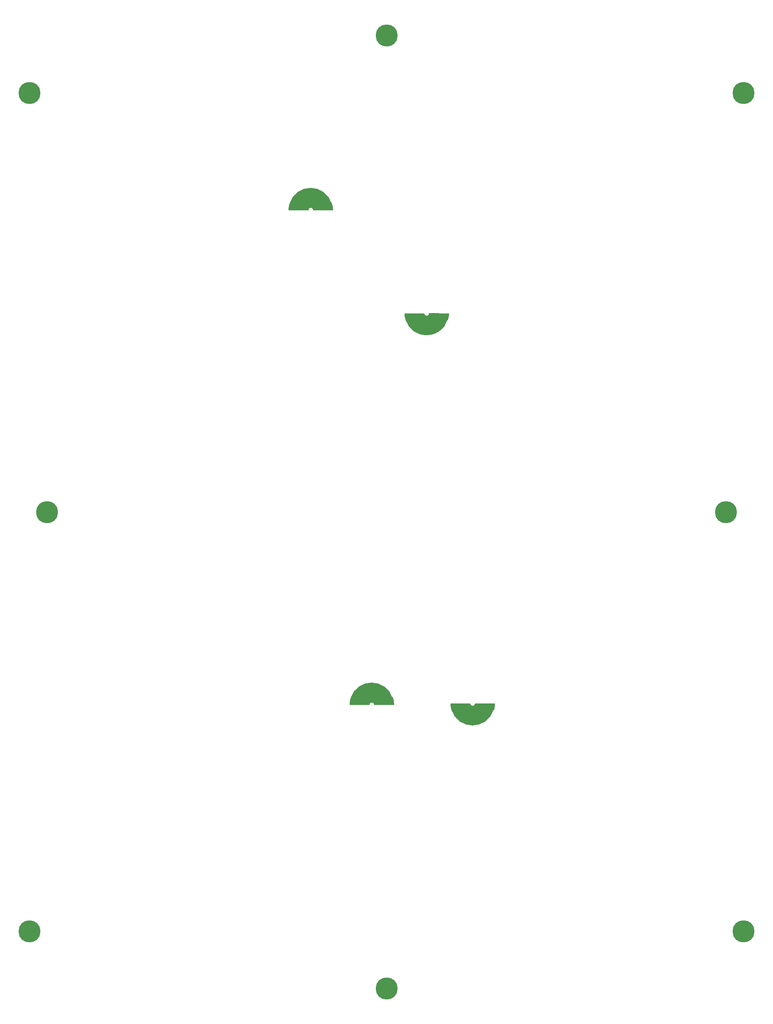
<source format=gbr>
%TF.GenerationSoftware,KiCad,Pcbnew,5.99.0-unknown-b1adb93c1~106~ubuntu20.04.1*%
%TF.CreationDate,2020-12-18T19:28:59-06:00*%
%TF.ProjectId,FlatAntPanel4x4,466c6174-416e-4745-9061-6e656c347834,rev?*%
%TF.SameCoordinates,Original*%
%TF.FileFunction,Soldermask,Top*%
%TF.FilePolarity,Negative*%
%FSLAX46Y46*%
G04 Gerber Fmt 4.6, Leading zero omitted, Abs format (unit mm)*
G04 Created by KiCad (PCBNEW 5.99.0-unknown-b1adb93c1~106~ubuntu20.04.1) date 2020-12-18 19:28:59*
%MOMM*%
%LPD*%
G01*
G04 APERTURE LIST*
%ADD10C,0.000100*%
%ADD11C,2.200000*%
%ADD12C,5.000000*%
%ADD13C,2.900000*%
G04 APERTURE END LIST*
D10*
%TO.C,Feed1*%
X70946400Y-43267600D02*
X70906400Y-43437600D01*
X70906400Y-43437600D02*
X70866400Y-43637600D01*
X70866400Y-43637600D02*
X70826400Y-43887600D01*
X70826400Y-43887600D02*
X70806400Y-44077600D01*
X70806400Y-44077600D02*
X70796400Y-44227600D01*
X70796400Y-44227600D02*
X70786400Y-44437600D01*
X70786400Y-44437600D02*
X70786400Y-44527600D01*
X70786400Y-44527600D02*
X71006400Y-43057600D01*
X71006400Y-43057600D02*
X70946400Y-43267600D01*
G36*
X70786400Y-44527600D02*
G01*
X70786400Y-44437600D01*
X70796400Y-44227600D01*
X70806400Y-44077600D01*
X70826400Y-43887600D01*
X70866400Y-43637600D01*
X70906400Y-43437600D01*
X70946400Y-43267600D01*
X71006400Y-43057600D01*
X70786400Y-44527600D01*
G37*
X70786400Y-44527600D02*
X70786400Y-44437600D01*
X70796400Y-44227600D01*
X70806400Y-44077600D01*
X70826400Y-43887600D01*
X70866400Y-43637600D01*
X70906400Y-43437600D01*
X70946400Y-43267600D01*
X71006400Y-43057600D01*
X70786400Y-44527600D01*
X75224400Y-43916600D02*
X75224400Y-44506600D01*
X75224400Y-44506600D02*
X75244400Y-44416600D01*
X75244400Y-44416600D02*
X75284400Y-44306600D01*
X75284400Y-44306600D02*
X75334400Y-44206600D01*
X75334400Y-44206600D02*
X75404400Y-44116600D01*
X75404400Y-44116600D02*
X75474400Y-44056600D01*
X75474400Y-44056600D02*
X75610650Y-43989100D01*
X75610650Y-43989100D02*
X75833775Y-43977850D01*
X75833775Y-43977850D02*
X75975025Y-44015350D01*
X75975025Y-44015350D02*
X76064400Y-44066600D01*
X76064400Y-44066600D02*
X76134400Y-44116600D01*
X76134400Y-44116600D02*
X76204400Y-44176600D01*
X76204400Y-44176600D02*
X76264400Y-44246600D01*
X76264400Y-44246600D02*
X76304400Y-44316600D01*
X76304400Y-44316600D02*
X76344400Y-44416600D01*
X76344400Y-44416600D02*
X76344400Y-43916600D01*
X76344400Y-43916600D02*
X75224400Y-43916600D01*
G36*
X76344400Y-44416600D02*
G01*
X76304400Y-44316600D01*
X76264400Y-44246600D01*
X76204400Y-44176600D01*
X76134400Y-44116600D01*
X76064400Y-44066600D01*
X75975025Y-44015350D01*
X75833775Y-43977850D01*
X75610650Y-43989100D01*
X75474400Y-44056600D01*
X75404400Y-44116600D01*
X75334400Y-44206600D01*
X75284400Y-44306600D01*
X75244400Y-44416600D01*
X75224400Y-44506600D01*
X75224400Y-43916600D01*
X76344400Y-43916600D01*
X76344400Y-44416600D01*
G37*
X76344400Y-44416600D02*
X76304400Y-44316600D01*
X76264400Y-44246600D01*
X76204400Y-44176600D01*
X76134400Y-44116600D01*
X76064400Y-44066600D01*
X75975025Y-44015350D01*
X75833775Y-43977850D01*
X75610650Y-43989100D01*
X75474400Y-44056600D01*
X75404400Y-44116600D01*
X75334400Y-44206600D01*
X75284400Y-44306600D01*
X75244400Y-44416600D01*
X75224400Y-44506600D01*
X75224400Y-43916600D01*
X76344400Y-43916600D01*
X76344400Y-44416600D01*
X80776150Y-44201600D02*
X80756000Y-44004000D01*
X80756000Y-44004000D02*
X80733000Y-43850000D01*
X80733000Y-43850000D02*
X80698000Y-43622000D01*
X80698000Y-43622000D02*
X80611000Y-43259000D01*
X80611000Y-43259000D02*
X80442000Y-42747000D01*
X80442000Y-42747000D02*
X80447400Y-44526600D01*
X80447400Y-44526600D02*
X80797400Y-44526600D01*
X80797400Y-44526600D02*
X80789000Y-44388000D01*
X80789000Y-44388000D02*
X80776150Y-44201600D01*
G36*
X80611000Y-43259000D02*
G01*
X80698000Y-43622000D01*
X80733000Y-43850000D01*
X80756000Y-44004000D01*
X80776150Y-44201600D01*
X80789000Y-44388000D01*
X80797400Y-44526600D01*
X80447400Y-44526600D01*
X80442000Y-42747000D01*
X80611000Y-43259000D01*
G37*
X80611000Y-43259000D02*
X80698000Y-43622000D01*
X80733000Y-43850000D01*
X80756000Y-44004000D01*
X80776150Y-44201600D01*
X80789000Y-44388000D01*
X80797400Y-44526600D01*
X80447400Y-44526600D01*
X80442000Y-42747000D01*
X80611000Y-43259000D01*
X76271000Y-41548000D02*
X76344400Y-44526600D01*
X76344400Y-44526600D02*
X80781000Y-44527000D01*
X80781000Y-44527000D02*
X80595000Y-43246000D01*
X80595000Y-43246000D02*
X76271000Y-41548000D01*
G36*
X80595000Y-43246000D02*
G01*
X80781000Y-44527000D01*
X76344400Y-44526600D01*
X76271000Y-41548000D01*
X80595000Y-43246000D01*
G37*
X80595000Y-43246000D02*
X80781000Y-44527000D01*
X76344400Y-44526600D01*
X76271000Y-41548000D01*
X80595000Y-43246000D01*
X71000867Y-43062057D02*
X70780867Y-44532057D01*
X70780867Y-44532057D02*
X75225125Y-44535279D01*
X75225125Y-44535279D02*
X75230000Y-43914000D01*
X75230000Y-43914000D02*
X76352000Y-43933000D01*
X76352000Y-43933000D02*
X76271000Y-41290000D01*
X76271000Y-41290000D02*
X71000867Y-43062057D01*
G36*
X76352000Y-43933000D02*
G01*
X75230000Y-43914000D01*
X75225125Y-44535279D01*
X70780867Y-44532057D01*
X71000867Y-43062057D01*
X76271000Y-41290000D01*
X76352000Y-43933000D01*
G37*
X76352000Y-43933000D02*
X75230000Y-43914000D01*
X75225125Y-44535279D01*
X70780867Y-44532057D01*
X71000867Y-43062057D01*
X76271000Y-41290000D01*
X76352000Y-43933000D01*
D11*
X72050000Y-43407000D02*
G75*
G02*
X79519000Y-43435000I3730377J-1113900D01*
G01*
D10*
X106918600Y-69212400D02*
X106958600Y-69042400D01*
X106958600Y-69042400D02*
X106998600Y-68842400D01*
X106998600Y-68842400D02*
X107038600Y-68592400D01*
X107038600Y-68592400D02*
X107058600Y-68402400D01*
X107058600Y-68402400D02*
X107068600Y-68252400D01*
X107068600Y-68252400D02*
X107078600Y-68042400D01*
X107078600Y-68042400D02*
X107078600Y-67952400D01*
X107078600Y-67952400D02*
X106858600Y-69422400D01*
X106858600Y-69422400D02*
X106918600Y-69212400D01*
G36*
X107078600Y-68042400D02*
G01*
X107068600Y-68252400D01*
X107058600Y-68402400D01*
X107038600Y-68592400D01*
X106998600Y-68842400D01*
X106958600Y-69042400D01*
X106918600Y-69212400D01*
X106858600Y-69422400D01*
X107078600Y-67952400D01*
X107078600Y-68042400D01*
G37*
X107078600Y-68042400D02*
X107068600Y-68252400D01*
X107058600Y-68402400D01*
X107038600Y-68592400D01*
X106998600Y-68842400D01*
X106958600Y-69042400D01*
X106918600Y-69212400D01*
X106858600Y-69422400D01*
X107078600Y-67952400D01*
X107078600Y-68042400D01*
X102640600Y-68563400D02*
X102640600Y-67973400D01*
X102640600Y-67973400D02*
X102620600Y-68063400D01*
X102620600Y-68063400D02*
X102580600Y-68173400D01*
X102580600Y-68173400D02*
X102530600Y-68273400D01*
X102530600Y-68273400D02*
X102460600Y-68363400D01*
X102460600Y-68363400D02*
X102390600Y-68423400D01*
X102390600Y-68423400D02*
X102254350Y-68490900D01*
X102254350Y-68490900D02*
X102031225Y-68502150D01*
X102031225Y-68502150D02*
X101889975Y-68464650D01*
X101889975Y-68464650D02*
X101800600Y-68413400D01*
X101800600Y-68413400D02*
X101730600Y-68363400D01*
X101730600Y-68363400D02*
X101660600Y-68303400D01*
X101660600Y-68303400D02*
X101600600Y-68233400D01*
X101600600Y-68233400D02*
X101560600Y-68163400D01*
X101560600Y-68163400D02*
X101520600Y-68063400D01*
X101520600Y-68063400D02*
X101520600Y-68563400D01*
X101520600Y-68563400D02*
X102640600Y-68563400D01*
G36*
X102640600Y-68563400D02*
G01*
X101520600Y-68563400D01*
X101520600Y-68063400D01*
X101560600Y-68163400D01*
X101600600Y-68233400D01*
X101660600Y-68303400D01*
X101730600Y-68363400D01*
X101800600Y-68413400D01*
X101889975Y-68464650D01*
X102031225Y-68502150D01*
X102254350Y-68490900D01*
X102390600Y-68423400D01*
X102460600Y-68363400D01*
X102530600Y-68273400D01*
X102580600Y-68173400D01*
X102620600Y-68063400D01*
X102640600Y-67973400D01*
X102640600Y-68563400D01*
G37*
X102640600Y-68563400D02*
X101520600Y-68563400D01*
X101520600Y-68063400D01*
X101560600Y-68163400D01*
X101600600Y-68233400D01*
X101660600Y-68303400D01*
X101730600Y-68363400D01*
X101800600Y-68413400D01*
X101889975Y-68464650D01*
X102031225Y-68502150D01*
X102254350Y-68490900D01*
X102390600Y-68423400D01*
X102460600Y-68363400D01*
X102530600Y-68273400D01*
X102580600Y-68173400D01*
X102620600Y-68063400D01*
X102640600Y-67973400D01*
X102640600Y-68563400D01*
X97088850Y-68278400D02*
X97109000Y-68476000D01*
X97109000Y-68476000D02*
X97132000Y-68630000D01*
X97132000Y-68630000D02*
X97167000Y-68858000D01*
X97167000Y-68858000D02*
X97254000Y-69221000D01*
X97254000Y-69221000D02*
X97423000Y-69733000D01*
X97423000Y-69733000D02*
X97417600Y-67953400D01*
X97417600Y-67953400D02*
X97067600Y-67953400D01*
X97067600Y-67953400D02*
X97076000Y-68092000D01*
X97076000Y-68092000D02*
X97088850Y-68278400D01*
G36*
X97423000Y-69733000D02*
G01*
X97254000Y-69221000D01*
X97167000Y-68858000D01*
X97132000Y-68630000D01*
X97109000Y-68476000D01*
X97088850Y-68278400D01*
X97076000Y-68092000D01*
X97067600Y-67953400D01*
X97417600Y-67953400D01*
X97423000Y-69733000D01*
G37*
X97423000Y-69733000D02*
X97254000Y-69221000D01*
X97167000Y-68858000D01*
X97132000Y-68630000D01*
X97109000Y-68476000D01*
X97088850Y-68278400D01*
X97076000Y-68092000D01*
X97067600Y-67953400D01*
X97417600Y-67953400D01*
X97423000Y-69733000D01*
X101594000Y-70932000D02*
X101520600Y-67953400D01*
X101520600Y-67953400D02*
X97084000Y-67953000D01*
X97084000Y-67953000D02*
X97270000Y-69234000D01*
X97270000Y-69234000D02*
X101594000Y-70932000D01*
G36*
X101520600Y-67953400D02*
G01*
X101594000Y-70932000D01*
X97270000Y-69234000D01*
X97084000Y-67953000D01*
X101520600Y-67953400D01*
G37*
X101520600Y-67953400D02*
X101594000Y-70932000D01*
X97270000Y-69234000D01*
X97084000Y-67953000D01*
X101520600Y-67953400D01*
X106864133Y-69417943D02*
X107084133Y-67947943D01*
X107084133Y-67947943D02*
X102639875Y-67944721D01*
X102639875Y-67944721D02*
X102635000Y-68566000D01*
X102635000Y-68566000D02*
X101513000Y-68547000D01*
X101513000Y-68547000D02*
X101594000Y-71190000D01*
X101594000Y-71190000D02*
X106864133Y-69417943D01*
G36*
X107084133Y-67947943D02*
G01*
X106864133Y-69417943D01*
X101594000Y-71190000D01*
X101513000Y-68547000D01*
X102635000Y-68566000D01*
X102639875Y-67944721D01*
X107084133Y-67947943D01*
G37*
X107084133Y-67947943D02*
X106864133Y-69417943D01*
X101594000Y-71190000D01*
X101513000Y-68547000D01*
X102635000Y-68566000D01*
X102639875Y-67944721D01*
X107084133Y-67947943D01*
D11*
X105815000Y-69073000D02*
G75*
G02*
X98346000Y-69045000I-3730377J1113900D01*
G01*
X85890000Y-155527000D02*
G75*
G02*
X93359000Y-155555000I3730377J-1113900D01*
G01*
D10*
X84840867Y-155182057D02*
X84620867Y-156652057D01*
X84620867Y-156652057D02*
X89065125Y-156655279D01*
X89065125Y-156655279D02*
X89070000Y-156034000D01*
X89070000Y-156034000D02*
X90192000Y-156053000D01*
X90192000Y-156053000D02*
X90111000Y-153410000D01*
X90111000Y-153410000D02*
X84840867Y-155182057D01*
G36*
X90192000Y-156053000D02*
G01*
X89070000Y-156034000D01*
X89065125Y-156655279D01*
X84620867Y-156652057D01*
X84840867Y-155182057D01*
X90111000Y-153410000D01*
X90192000Y-156053000D01*
G37*
X90192000Y-156053000D02*
X89070000Y-156034000D01*
X89065125Y-156655279D01*
X84620867Y-156652057D01*
X84840867Y-155182057D01*
X90111000Y-153410000D01*
X90192000Y-156053000D01*
X90111000Y-153668000D02*
X90184400Y-156646600D01*
X90184400Y-156646600D02*
X94621000Y-156647000D01*
X94621000Y-156647000D02*
X94435000Y-155366000D01*
X94435000Y-155366000D02*
X90111000Y-153668000D01*
G36*
X94435000Y-155366000D02*
G01*
X94621000Y-156647000D01*
X90184400Y-156646600D01*
X90111000Y-153668000D01*
X94435000Y-155366000D01*
G37*
X94435000Y-155366000D02*
X94621000Y-156647000D01*
X90184400Y-156646600D01*
X90111000Y-153668000D01*
X94435000Y-155366000D01*
X94616150Y-156321600D02*
X94596000Y-156124000D01*
X94596000Y-156124000D02*
X94573000Y-155970000D01*
X94573000Y-155970000D02*
X94538000Y-155742000D01*
X94538000Y-155742000D02*
X94451000Y-155379000D01*
X94451000Y-155379000D02*
X94282000Y-154867000D01*
X94282000Y-154867000D02*
X94287400Y-156646600D01*
X94287400Y-156646600D02*
X94637400Y-156646600D01*
X94637400Y-156646600D02*
X94629000Y-156508000D01*
X94629000Y-156508000D02*
X94616150Y-156321600D01*
G36*
X94451000Y-155379000D02*
G01*
X94538000Y-155742000D01*
X94573000Y-155970000D01*
X94596000Y-156124000D01*
X94616150Y-156321600D01*
X94629000Y-156508000D01*
X94637400Y-156646600D01*
X94287400Y-156646600D01*
X94282000Y-154867000D01*
X94451000Y-155379000D01*
G37*
X94451000Y-155379000D02*
X94538000Y-155742000D01*
X94573000Y-155970000D01*
X94596000Y-156124000D01*
X94616150Y-156321600D01*
X94629000Y-156508000D01*
X94637400Y-156646600D01*
X94287400Y-156646600D01*
X94282000Y-154867000D01*
X94451000Y-155379000D01*
X89064400Y-156036600D02*
X89064400Y-156626600D01*
X89064400Y-156626600D02*
X89084400Y-156536600D01*
X89084400Y-156536600D02*
X89124400Y-156426600D01*
X89124400Y-156426600D02*
X89174400Y-156326600D01*
X89174400Y-156326600D02*
X89244400Y-156236600D01*
X89244400Y-156236600D02*
X89314400Y-156176600D01*
X89314400Y-156176600D02*
X89450650Y-156109100D01*
X89450650Y-156109100D02*
X89673775Y-156097850D01*
X89673775Y-156097850D02*
X89815025Y-156135350D01*
X89815025Y-156135350D02*
X89904400Y-156186600D01*
X89904400Y-156186600D02*
X89974400Y-156236600D01*
X89974400Y-156236600D02*
X90044400Y-156296600D01*
X90044400Y-156296600D02*
X90104400Y-156366600D01*
X90104400Y-156366600D02*
X90144400Y-156436600D01*
X90144400Y-156436600D02*
X90184400Y-156536600D01*
X90184400Y-156536600D02*
X90184400Y-156036600D01*
X90184400Y-156036600D02*
X89064400Y-156036600D01*
G36*
X90184400Y-156536600D02*
G01*
X90144400Y-156436600D01*
X90104400Y-156366600D01*
X90044400Y-156296600D01*
X89974400Y-156236600D01*
X89904400Y-156186600D01*
X89815025Y-156135350D01*
X89673775Y-156097850D01*
X89450650Y-156109100D01*
X89314400Y-156176600D01*
X89244400Y-156236600D01*
X89174400Y-156326600D01*
X89124400Y-156426600D01*
X89084400Y-156536600D01*
X89064400Y-156626600D01*
X89064400Y-156036600D01*
X90184400Y-156036600D01*
X90184400Y-156536600D01*
G37*
X90184400Y-156536600D02*
X90144400Y-156436600D01*
X90104400Y-156366600D01*
X90044400Y-156296600D01*
X89974400Y-156236600D01*
X89904400Y-156186600D01*
X89815025Y-156135350D01*
X89673775Y-156097850D01*
X89450650Y-156109100D01*
X89314400Y-156176600D01*
X89244400Y-156236600D01*
X89174400Y-156326600D01*
X89124400Y-156426600D01*
X89084400Y-156536600D01*
X89064400Y-156626600D01*
X89064400Y-156036600D01*
X90184400Y-156036600D01*
X90184400Y-156536600D01*
X84786400Y-155387600D02*
X84746400Y-155557600D01*
X84746400Y-155557600D02*
X84706400Y-155757600D01*
X84706400Y-155757600D02*
X84666400Y-156007600D01*
X84666400Y-156007600D02*
X84646400Y-156197600D01*
X84646400Y-156197600D02*
X84636400Y-156347600D01*
X84636400Y-156347600D02*
X84626400Y-156557600D01*
X84626400Y-156557600D02*
X84626400Y-156647600D01*
X84626400Y-156647600D02*
X84846400Y-155177600D01*
X84846400Y-155177600D02*
X84786400Y-155387600D01*
G36*
X84626400Y-156647600D02*
G01*
X84626400Y-156557600D01*
X84636400Y-156347600D01*
X84646400Y-156197600D01*
X84666400Y-156007600D01*
X84706400Y-155757600D01*
X84746400Y-155557600D01*
X84786400Y-155387600D01*
X84846400Y-155177600D01*
X84626400Y-156647600D01*
G37*
X84626400Y-156647600D02*
X84626400Y-156557600D01*
X84636400Y-156347600D01*
X84646400Y-156197600D01*
X84666400Y-156007600D01*
X84706400Y-155757600D01*
X84746400Y-155557600D01*
X84786400Y-155387600D01*
X84846400Y-155177600D01*
X84626400Y-156647600D01*
D11*
X116245000Y-157488000D02*
G75*
G02*
X108776000Y-157460000I-3730377J1113900D01*
G01*
D10*
X117294133Y-157832943D02*
X117514133Y-156362943D01*
X117514133Y-156362943D02*
X113069875Y-156359721D01*
X113069875Y-156359721D02*
X113065000Y-156981000D01*
X113065000Y-156981000D02*
X111943000Y-156962000D01*
X111943000Y-156962000D02*
X112024000Y-159605000D01*
X112024000Y-159605000D02*
X117294133Y-157832943D01*
G36*
X117514133Y-156362943D02*
G01*
X117294133Y-157832943D01*
X112024000Y-159605000D01*
X111943000Y-156962000D01*
X113065000Y-156981000D01*
X113069875Y-156359721D01*
X117514133Y-156362943D01*
G37*
X117514133Y-156362943D02*
X117294133Y-157832943D01*
X112024000Y-159605000D01*
X111943000Y-156962000D01*
X113065000Y-156981000D01*
X113069875Y-156359721D01*
X117514133Y-156362943D01*
X112024000Y-159347000D02*
X111950600Y-156368400D01*
X111950600Y-156368400D02*
X107514000Y-156368000D01*
X107514000Y-156368000D02*
X107700000Y-157649000D01*
X107700000Y-157649000D02*
X112024000Y-159347000D01*
G36*
X111950600Y-156368400D02*
G01*
X112024000Y-159347000D01*
X107700000Y-157649000D01*
X107514000Y-156368000D01*
X111950600Y-156368400D01*
G37*
X111950600Y-156368400D02*
X112024000Y-159347000D01*
X107700000Y-157649000D01*
X107514000Y-156368000D01*
X111950600Y-156368400D01*
X107518850Y-156693400D02*
X107539000Y-156891000D01*
X107539000Y-156891000D02*
X107562000Y-157045000D01*
X107562000Y-157045000D02*
X107597000Y-157273000D01*
X107597000Y-157273000D02*
X107684000Y-157636000D01*
X107684000Y-157636000D02*
X107853000Y-158148000D01*
X107853000Y-158148000D02*
X107847600Y-156368400D01*
X107847600Y-156368400D02*
X107497600Y-156368400D01*
X107497600Y-156368400D02*
X107506000Y-156507000D01*
X107506000Y-156507000D02*
X107518850Y-156693400D01*
G36*
X107853000Y-158148000D02*
G01*
X107684000Y-157636000D01*
X107597000Y-157273000D01*
X107562000Y-157045000D01*
X107539000Y-156891000D01*
X107518850Y-156693400D01*
X107506000Y-156507000D01*
X107497600Y-156368400D01*
X107847600Y-156368400D01*
X107853000Y-158148000D01*
G37*
X107853000Y-158148000D02*
X107684000Y-157636000D01*
X107597000Y-157273000D01*
X107562000Y-157045000D01*
X107539000Y-156891000D01*
X107518850Y-156693400D01*
X107506000Y-156507000D01*
X107497600Y-156368400D01*
X107847600Y-156368400D01*
X107853000Y-158148000D01*
X113070600Y-156978400D02*
X113070600Y-156388400D01*
X113070600Y-156388400D02*
X113050600Y-156478400D01*
X113050600Y-156478400D02*
X113010600Y-156588400D01*
X113010600Y-156588400D02*
X112960600Y-156688400D01*
X112960600Y-156688400D02*
X112890600Y-156778400D01*
X112890600Y-156778400D02*
X112820600Y-156838400D01*
X112820600Y-156838400D02*
X112684350Y-156905900D01*
X112684350Y-156905900D02*
X112461225Y-156917150D01*
X112461225Y-156917150D02*
X112319975Y-156879650D01*
X112319975Y-156879650D02*
X112230600Y-156828400D01*
X112230600Y-156828400D02*
X112160600Y-156778400D01*
X112160600Y-156778400D02*
X112090600Y-156718400D01*
X112090600Y-156718400D02*
X112030600Y-156648400D01*
X112030600Y-156648400D02*
X111990600Y-156578400D01*
X111990600Y-156578400D02*
X111950600Y-156478400D01*
X111950600Y-156478400D02*
X111950600Y-156978400D01*
X111950600Y-156978400D02*
X113070600Y-156978400D01*
G36*
X113070600Y-156978400D02*
G01*
X111950600Y-156978400D01*
X111950600Y-156478400D01*
X111990600Y-156578400D01*
X112030600Y-156648400D01*
X112090600Y-156718400D01*
X112160600Y-156778400D01*
X112230600Y-156828400D01*
X112319975Y-156879650D01*
X112461225Y-156917150D01*
X112684350Y-156905900D01*
X112820600Y-156838400D01*
X112890600Y-156778400D01*
X112960600Y-156688400D01*
X113010600Y-156588400D01*
X113050600Y-156478400D01*
X113070600Y-156388400D01*
X113070600Y-156978400D01*
G37*
X113070600Y-156978400D02*
X111950600Y-156978400D01*
X111950600Y-156478400D01*
X111990600Y-156578400D01*
X112030600Y-156648400D01*
X112090600Y-156718400D01*
X112160600Y-156778400D01*
X112230600Y-156828400D01*
X112319975Y-156879650D01*
X112461225Y-156917150D01*
X112684350Y-156905900D01*
X112820600Y-156838400D01*
X112890600Y-156778400D01*
X112960600Y-156688400D01*
X113010600Y-156588400D01*
X113050600Y-156478400D01*
X113070600Y-156388400D01*
X113070600Y-156978400D01*
X117348600Y-157627400D02*
X117388600Y-157457400D01*
X117388600Y-157457400D02*
X117428600Y-157257400D01*
X117428600Y-157257400D02*
X117468600Y-157007400D01*
X117468600Y-157007400D02*
X117488600Y-156817400D01*
X117488600Y-156817400D02*
X117498600Y-156667400D01*
X117498600Y-156667400D02*
X117508600Y-156457400D01*
X117508600Y-156457400D02*
X117508600Y-156367400D01*
X117508600Y-156367400D02*
X117288600Y-157837400D01*
X117288600Y-157837400D02*
X117348600Y-157627400D01*
G36*
X117508600Y-156457400D02*
G01*
X117498600Y-156667400D01*
X117488600Y-156817400D01*
X117468600Y-157007400D01*
X117428600Y-157257400D01*
X117388600Y-157457400D01*
X117348600Y-157627400D01*
X117288600Y-157837400D01*
X117508600Y-156367400D01*
X117508600Y-156457400D01*
G37*
X117508600Y-156457400D02*
X117498600Y-156667400D01*
X117488600Y-156817400D01*
X117468600Y-157007400D01*
X117428600Y-157257400D01*
X117388600Y-157457400D01*
X117348600Y-157627400D01*
X117288600Y-157837400D01*
X117508600Y-156367400D01*
X117508600Y-156457400D01*
%TD*%
D12*
%TO.C,H9*%
X93000000Y-221000000D03*
D13*
X93000000Y-221000000D03*
%TD*%
D12*
%TO.C,H10*%
X93000000Y-5000000D03*
D13*
X93000000Y-5000000D03*
%TD*%
D12*
%TO.C,H12*%
X170000000Y-113000000D03*
D13*
X170000000Y-113000000D03*
%TD*%
D12*
%TO.C,H4*%
X174000000Y-208000000D03*
D13*
X174000000Y-208000000D03*
%TD*%
D12*
%TO.C,H2*%
X174000000Y-18000000D03*
D13*
X174000000Y-18000000D03*
%TD*%
D12*
%TO.C,H3*%
X12000000Y-208000000D03*
D13*
X12000000Y-208000000D03*
%TD*%
D12*
%TO.C,H1*%
X12000000Y-18000000D03*
D13*
X12000000Y-18000000D03*
%TD*%
D12*
%TO.C,H11*%
X16000000Y-113000000D03*
D13*
X16000000Y-113000000D03*
%TD*%
M02*

</source>
